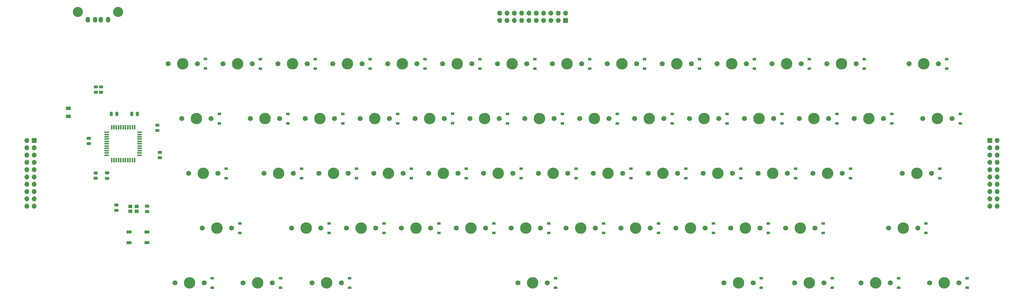
<source format=gts>
G04 #@! TF.GenerationSoftware,KiCad,Pcbnew,(6.0.9)*
G04 #@! TF.CreationDate,2023-04-02T22:18:35-05:00*
G04 #@! TF.ProjectId,BasePCB,42617365-5043-4422-9e6b-696361645f70,rev?*
G04 #@! TF.SameCoordinates,Original*
G04 #@! TF.FileFunction,Soldermask,Top*
G04 #@! TF.FilePolarity,Negative*
%FSLAX46Y46*%
G04 Gerber Fmt 4.6, Leading zero omitted, Abs format (unit mm)*
G04 Created by KiCad (PCBNEW (6.0.9)) date 2023-04-02 22:18:35*
%MOMM*%
%LPD*%
G01*
G04 APERTURE LIST*
G04 Aperture macros list*
%AMRoundRect*
0 Rectangle with rounded corners*
0 $1 Rounding radius*
0 $2 $3 $4 $5 $6 $7 $8 $9 X,Y pos of 4 corners*
0 Add a 4 corners polygon primitive as box body*
4,1,4,$2,$3,$4,$5,$6,$7,$8,$9,$2,$3,0*
0 Add four circle primitives for the rounded corners*
1,1,$1+$1,$2,$3*
1,1,$1+$1,$4,$5*
1,1,$1+$1,$6,$7*
1,1,$1+$1,$8,$9*
0 Add four rect primitives between the rounded corners*
20,1,$1+$1,$2,$3,$4,$5,0*
20,1,$1+$1,$4,$5,$6,$7,0*
20,1,$1+$1,$6,$7,$8,$9,0*
20,1,$1+$1,$8,$9,$2,$3,0*%
G04 Aperture macros list end*
%ADD10C,1.750000*%
%ADD11C,3.987800*%
%ADD12RoundRect,0.250000X-0.450000X0.262500X-0.450000X-0.262500X0.450000X-0.262500X0.450000X0.262500X0*%
%ADD13RoundRect,0.250000X0.250000X0.475000X-0.250000X0.475000X-0.250000X-0.475000X0.250000X-0.475000X0*%
%ADD14R,1.200000X0.900000*%
%ADD15RoundRect,0.250000X0.450000X-0.262500X0.450000X0.262500X-0.450000X0.262500X-0.450000X-0.262500X0*%
%ADD16R,1.800000X1.100000*%
%ADD17R,1.700000X1.700000*%
%ADD18O,1.700000X1.700000*%
%ADD19R,1.500000X0.550000*%
%ADD20R,0.550000X1.500000*%
%ADD21RoundRect,0.250000X0.475000X-0.250000X0.475000X0.250000X-0.475000X0.250000X-0.475000X-0.250000X0*%
%ADD22O,1.500000X2.000000*%
%ADD23C,3.500000*%
%ADD24R,1.400000X1.200000*%
%ADD25RoundRect,0.250000X0.625000X-0.375000X0.625000X0.375000X-0.625000X0.375000X-0.625000X-0.375000X0*%
%ADD26RoundRect,0.250000X-0.250000X-0.475000X0.250000X-0.475000X0.250000X0.475000X-0.250000X0.475000X0*%
%ADD27RoundRect,0.250000X-0.475000X0.250000X-0.475000X-0.250000X0.475000X-0.250000X0.475000X0.250000X0*%
G04 APERTURE END LIST*
D10*
X-70167500Y90487500D03*
D11*
X-65087500Y90487500D03*
D10*
X-60007500Y90487500D03*
D11*
X-41275000Y128587500D03*
D10*
X-36195000Y128587500D03*
X-46355000Y128587500D03*
D12*
X-128524000Y120546500D03*
X-128524000Y118721500D03*
D13*
X-114143750Y111125000D03*
X-116043750Y111125000D03*
D14*
X-19050000Y88837500D03*
X-19050000Y92137500D03*
D15*
X-107156250Y105450000D03*
X-107156250Y107275000D03*
D10*
X10795000Y128587500D03*
D11*
X15875000Y128587500D03*
D10*
X20955000Y128587500D03*
D14*
X128587500Y107887500D03*
X128587500Y111187500D03*
X-52387500Y126937500D03*
X-52387500Y130237500D03*
D10*
X59055000Y128587500D03*
D11*
X53975000Y128587500D03*
D10*
X48895000Y128587500D03*
D11*
X-36512500Y71437500D03*
D10*
X-31432500Y71437500D03*
X-41592500Y71437500D03*
X99536250Y52387500D03*
X89376250Y52387500D03*
D11*
X94456250Y52387500D03*
D16*
X-110819000Y66412500D03*
X-117019000Y70112500D03*
X-110819000Y70112500D03*
X-117019000Y66412500D03*
D14*
X0Y88837500D03*
X0Y92137500D03*
D10*
X-98742500Y109537500D03*
X-88582500Y109537500D03*
D11*
X-93662500Y109537500D03*
X165893750Y52387500D03*
D10*
X170973750Y52387500D03*
X160813750Y52387500D03*
D14*
X-90487500Y127000000D03*
X-90487500Y130300000D03*
D17*
X181675000Y101912500D03*
D18*
X184215000Y101912500D03*
X181675000Y99372500D03*
X184215000Y99372500D03*
X181675000Y96832500D03*
X184215000Y96832500D03*
X181675000Y94292500D03*
X184215000Y94292500D03*
X181675000Y91752500D03*
X184215000Y91752500D03*
X181675000Y89212500D03*
X184215000Y89212500D03*
X181675000Y86672500D03*
X184215000Y86672500D03*
X181675000Y84132500D03*
X184215000Y84132500D03*
X181675000Y81592500D03*
X184215000Y81592500D03*
X181675000Y79052500D03*
X184215000Y79052500D03*
D19*
X-124762500Y104806250D03*
X-124762500Y104006250D03*
X-124762500Y103206250D03*
X-124762500Y102406250D03*
X-124762500Y101606250D03*
X-124762500Y100806250D03*
X-124762500Y100006250D03*
X-124762500Y99206250D03*
X-124762500Y98406250D03*
X-124762500Y97606250D03*
X-124762500Y96806250D03*
D20*
X-123062500Y95106250D03*
X-122262500Y95106250D03*
X-121462500Y95106250D03*
X-120662500Y95106250D03*
X-119862500Y95106250D03*
X-119062500Y95106250D03*
X-118262500Y95106250D03*
X-117462500Y95106250D03*
X-116662500Y95106250D03*
X-115862500Y95106250D03*
X-115062500Y95106250D03*
D19*
X-113362500Y96806250D03*
X-113362500Y97606250D03*
X-113362500Y98406250D03*
X-113362500Y99206250D03*
X-113362500Y100006250D03*
X-113362500Y100806250D03*
X-113362500Y101606250D03*
X-113362500Y102406250D03*
X-113362500Y103206250D03*
X-113362500Y104006250D03*
X-113362500Y104806250D03*
D20*
X-115062500Y106506250D03*
X-115862500Y106506250D03*
X-116662500Y106506250D03*
X-117462500Y106506250D03*
X-118262500Y106506250D03*
X-119062500Y106506250D03*
X-119862500Y106506250D03*
X-120662500Y106506250D03*
X-121462500Y106506250D03*
X-122262500Y106506250D03*
X-123062500Y106506250D03*
D11*
X-55562500Y71437500D03*
D10*
X-50482500Y71437500D03*
X-60642500Y71437500D03*
D11*
X156368750Y90487500D03*
D10*
X151288750Y90487500D03*
X161448750Y90487500D03*
D14*
X-78581250Y69787500D03*
X-78581250Y73087500D03*
X38100000Y88837500D03*
X38100000Y92137500D03*
D10*
X144780000Y109537500D03*
X134620000Y109537500D03*
D11*
X139700000Y109537500D03*
D14*
X47625000Y69787500D03*
X47625000Y73087500D03*
X114300000Y88837500D03*
X114300000Y92137500D03*
D11*
X111125000Y128587500D03*
D10*
X106045000Y128587500D03*
X116205000Y128587500D03*
D14*
X173831250Y50737500D03*
X173831250Y54037500D03*
D21*
X-110744000Y77216000D03*
X-110744000Y79116000D03*
D14*
X-61912500Y107887500D03*
X-61912500Y111187500D03*
X4762500Y126937500D03*
X4762500Y130237500D03*
D10*
X-93345000Y128587500D03*
X-103505000Y128587500D03*
D11*
X-98425000Y128587500D03*
D14*
X30956250Y50737500D03*
X30956250Y54037500D03*
D11*
X44450000Y109537500D03*
D10*
X49530000Y109537500D03*
X39370000Y109537500D03*
X115570000Y109537500D03*
X125730000Y109537500D03*
D11*
X120650000Y109537500D03*
D14*
X-9525000Y69787500D03*
X-9525000Y73087500D03*
D21*
X-124618750Y88743750D03*
X-124618750Y90643750D03*
D14*
X100012500Y126937500D03*
X100012500Y130237500D03*
X-33337500Y126937500D03*
X-33337500Y130237500D03*
D10*
X-40957500Y90487500D03*
D11*
X-46037500Y90487500D03*
D10*
X-51117500Y90487500D03*
D11*
X87312500Y90487500D03*
D10*
X92392500Y90487500D03*
X82232500Y90487500D03*
D11*
X158750000Y128587500D03*
D10*
X153670000Y128587500D03*
X163830000Y128587500D03*
X137001250Y52387500D03*
X147161250Y52387500D03*
D11*
X142081250Y52387500D03*
X-26987500Y90487500D03*
D10*
X-32067500Y90487500D03*
X-21907500Y90487500D03*
D22*
X-124293750Y143908750D03*
X-126793750Y143908750D03*
X-128793750Y143908750D03*
X-131293750Y143908750D03*
D23*
X-134793750Y146618750D03*
X-120793750Y146618750D03*
D14*
X-64452500Y50737500D03*
X-64452500Y54037500D03*
X-23812500Y107887500D03*
X-23812500Y111187500D03*
D11*
X130175000Y128587500D03*
D10*
X135255000Y128587500D03*
X125095000Y128587500D03*
D11*
X106362500Y90487500D03*
D10*
X101282500Y90487500D03*
X111442500Y90487500D03*
D17*
X-149950000Y101937500D03*
D18*
X-152490000Y101937500D03*
X-149950000Y99397500D03*
X-152490000Y99397500D03*
X-149950000Y96857500D03*
X-152490000Y96857500D03*
X-149950000Y94317500D03*
X-152490000Y94317500D03*
X-149950000Y91777500D03*
X-152490000Y91777500D03*
X-149950000Y89237500D03*
X-152490000Y89237500D03*
X-149950000Y86697500D03*
X-152490000Y86697500D03*
X-149950000Y84157500D03*
X-152490000Y84157500D03*
X-149950000Y81617500D03*
X-152490000Y81617500D03*
X-149950000Y79077500D03*
X-152490000Y79077500D03*
D11*
X-48418750Y52387500D03*
D10*
X-53498750Y52387500D03*
X-43338750Y52387500D03*
D14*
X127000000Y50737500D03*
X127000000Y54037500D03*
X23812500Y126937500D03*
X23812500Y130237500D03*
D24*
X-116567500Y77297500D03*
X-114367500Y77297500D03*
X-114367500Y78997500D03*
X-116567500Y78997500D03*
D14*
X80962500Y126937500D03*
X80962500Y130237500D03*
X138112500Y126937500D03*
X138112500Y130237500D03*
D10*
X87630000Y109537500D03*
D11*
X82550000Y109537500D03*
D10*
X77470000Y109537500D03*
D14*
X-71437500Y126937500D03*
X-71437500Y130237500D03*
X-38100000Y88837500D03*
X-38100000Y92137500D03*
X14287500Y107887500D03*
X14287500Y111187500D03*
X102393750Y50737500D03*
X102393750Y54037500D03*
D10*
X53657500Y71437500D03*
D11*
X58737500Y71437500D03*
D10*
X63817500Y71437500D03*
D17*
X34448750Y143668750D03*
D18*
X34448750Y146208750D03*
X31908750Y143668750D03*
X31908750Y146208750D03*
X29368750Y143668750D03*
X29368750Y146208750D03*
X26828750Y143668750D03*
X26828750Y146208750D03*
X24288750Y143668750D03*
X24288750Y146208750D03*
X21748750Y143668750D03*
X21748750Y146208750D03*
X19208750Y143668750D03*
X19208750Y146208750D03*
X16668750Y143668750D03*
X16668750Y146208750D03*
X14128750Y143668750D03*
X14128750Y146208750D03*
X11588750Y143668750D03*
X11588750Y146208750D03*
D11*
X30162500Y90487500D03*
D10*
X25082500Y90487500D03*
X35242500Y90487500D03*
D14*
X-14287500Y126937500D03*
X-14287500Y130237500D03*
X66675000Y69787500D03*
X66675000Y73087500D03*
X90487500Y107887500D03*
X90487500Y111187500D03*
X42862500Y126937500D03*
X42862500Y130237500D03*
X164306250Y88837500D03*
X164306250Y92137500D03*
D21*
X-121443750Y77631250D03*
X-121443750Y79531250D03*
D14*
X71437500Y107887500D03*
X71437500Y111187500D03*
X150018750Y50737500D03*
X150018750Y54037500D03*
D10*
X-3492500Y71437500D03*
X6667500Y71437500D03*
D11*
X1587500Y71437500D03*
D14*
X159543750Y69787500D03*
X159543750Y73087500D03*
D11*
X151606250Y71437500D03*
D10*
X156686250Y71437500D03*
X146526250Y71437500D03*
D14*
X52387500Y107887500D03*
X52387500Y111187500D03*
D10*
X40005000Y128587500D03*
D11*
X34925000Y128587500D03*
D10*
X29845000Y128587500D03*
D25*
X-138112500Y110331250D03*
X-138112500Y113131250D03*
D11*
X23018750Y52387500D03*
D10*
X17938750Y52387500D03*
X28098750Y52387500D03*
X97155000Y128587500D03*
X86995000Y128587500D03*
D11*
X92075000Y128587500D03*
D14*
X76200000Y88837500D03*
X76200000Y92137500D03*
X-88106250Y50737500D03*
X-88106250Y54037500D03*
D11*
X-91281250Y90487500D03*
D10*
X-86201250Y90487500D03*
X-96361250Y90487500D03*
D14*
X-47625000Y69787500D03*
X-47625000Y73087500D03*
X28575000Y69787500D03*
X28575000Y73087500D03*
D10*
X6032500Y90487500D03*
D11*
X11112500Y90487500D03*
D10*
X16192500Y90487500D03*
X11430000Y109537500D03*
D11*
X6350000Y109537500D03*
D10*
X1270000Y109537500D03*
D11*
X-17462500Y71437500D03*
D10*
X-22542500Y71437500D03*
X-12382500Y71437500D03*
X-101123750Y52387500D03*
X-90963750Y52387500D03*
D11*
X-96043750Y52387500D03*
D14*
X61912500Y126937500D03*
X61912500Y130237500D03*
X57150000Y88837500D03*
X57150000Y92137500D03*
D10*
X25717500Y71437500D03*
D11*
X20637500Y71437500D03*
D10*
X15557500Y71437500D03*
X-36830000Y109537500D03*
X-26670000Y109537500D03*
D11*
X-31750000Y109537500D03*
D10*
X-17780000Y109537500D03*
D11*
X-12700000Y109537500D03*
D10*
X-7620000Y109537500D03*
X-17145000Y128587500D03*
D11*
X-22225000Y128587500D03*
D10*
X-27305000Y128587500D03*
D14*
X109537500Y107887500D03*
X109537500Y111187500D03*
D10*
X44767500Y71437500D03*
X34607500Y71437500D03*
D11*
X39687500Y71437500D03*
D14*
X-85725000Y107887500D03*
X-85725000Y111187500D03*
D10*
X-65405000Y128587500D03*
X-55245000Y128587500D03*
D11*
X-60325000Y128587500D03*
D26*
X-123187500Y111125000D03*
X-121287500Y111125000D03*
D10*
X20320000Y109537500D03*
D11*
X25400000Y109537500D03*
D10*
X30480000Y109537500D03*
D14*
X-40481250Y50737500D03*
X-40481250Y54037500D03*
D10*
X101917500Y71437500D03*
D11*
X96837500Y71437500D03*
D10*
X91757500Y71437500D03*
D14*
X85725000Y69787500D03*
X85725000Y73087500D03*
D10*
X73342500Y90487500D03*
D11*
X68262500Y90487500D03*
D10*
X63182500Y90487500D03*
D14*
X147637500Y107887500D03*
X147637500Y111187500D03*
D11*
X-3175000Y128587500D03*
D10*
X1905000Y128587500D03*
X-8255000Y128587500D03*
X-77470000Y52387500D03*
X-67310000Y52387500D03*
D11*
X-72390000Y52387500D03*
X77787500Y71437500D03*
D10*
X82867500Y71437500D03*
X72707500Y71437500D03*
D14*
X-83343750Y88837500D03*
X-83343750Y92137500D03*
X166687500Y126937500D03*
X166687500Y130237500D03*
X9525000Y69787500D03*
X9525000Y73087500D03*
D10*
X78105000Y128587500D03*
D11*
X73025000Y128587500D03*
D10*
X67945000Y128587500D03*
X-81438750Y71437500D03*
X-91598750Y71437500D03*
D11*
X-86518750Y71437500D03*
D10*
X-64770000Y109537500D03*
D11*
X-69850000Y109537500D03*
D10*
X-74930000Y109537500D03*
D14*
X-57150000Y88837500D03*
X-57150000Y92137500D03*
D21*
X-130975000Y100825000D03*
X-130975000Y102725000D03*
D14*
X33337500Y107887500D03*
X33337500Y111187500D03*
D11*
X-7937500Y90487500D03*
D10*
X-2857500Y90487500D03*
X-13017500Y90487500D03*
D11*
X115887500Y71437500D03*
D10*
X120967500Y71437500D03*
X110807500Y71437500D03*
X-55880000Y109537500D03*
D11*
X-50800000Y109537500D03*
D10*
X-45720000Y109537500D03*
D14*
X119062500Y126937500D03*
X119062500Y130237500D03*
D10*
X106680000Y109537500D03*
X96520000Y109537500D03*
D11*
X101600000Y109537500D03*
D10*
X124142500Y52387500D03*
D11*
X119062500Y52387500D03*
D10*
X113982500Y52387500D03*
D14*
X104775000Y69787500D03*
X104775000Y73087500D03*
D10*
X54292500Y90487500D03*
X44132500Y90487500D03*
D11*
X49212500Y90487500D03*
D14*
X-42862500Y107887500D03*
X-42862500Y111187500D03*
D11*
X125412500Y90487500D03*
D10*
X130492500Y90487500D03*
X120332500Y90487500D03*
D14*
X171450000Y107887500D03*
X171450000Y111187500D03*
D15*
X-128587500Y88781250D03*
X-128587500Y90606250D03*
D12*
X-126746000Y120546500D03*
X-126746000Y118721500D03*
D11*
X-79375000Y128587500D03*
D10*
X-84455000Y128587500D03*
X-74295000Y128587500D03*
D14*
X133350000Y88837500D03*
X133350000Y92137500D03*
D10*
X58420000Y109537500D03*
D11*
X63500000Y109537500D03*
D10*
X68580000Y109537500D03*
D14*
X-28575000Y69787500D03*
X-28575000Y73087500D03*
D27*
X-106362500Y97787500D03*
X-106362500Y95887500D03*
D14*
X19050000Y88837500D03*
X19050000Y92137500D03*
X123825000Y69787500D03*
X123825000Y73087500D03*
X-4762500Y107950000D03*
X-4762500Y111250000D03*
D10*
X158432500Y109537500D03*
D11*
X163512500Y109537500D03*
D10*
X168592500Y109537500D03*
D14*
X95250000Y88837500D03*
X95250000Y92137500D03*
M02*

</source>
